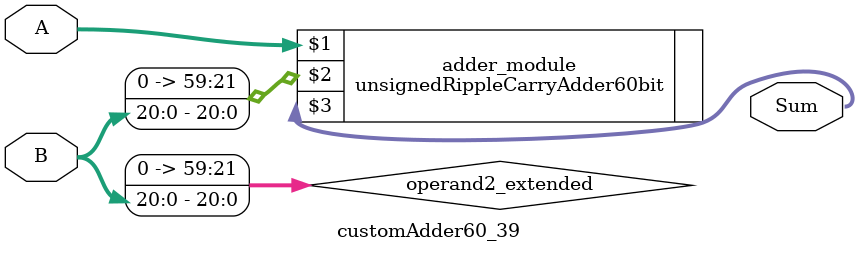
<source format=v>
module customAdder60_39(
                        input [59 : 0] A,
                        input [20 : 0] B,
                        
                        output [60 : 0] Sum
                );

        wire [59 : 0] operand2_extended;
        
        assign operand2_extended =  {39'b0, B};
        
        unsignedRippleCarryAdder60bit adder_module(
            A,
            operand2_extended,
            Sum
        );
        
        endmodule
        
</source>
